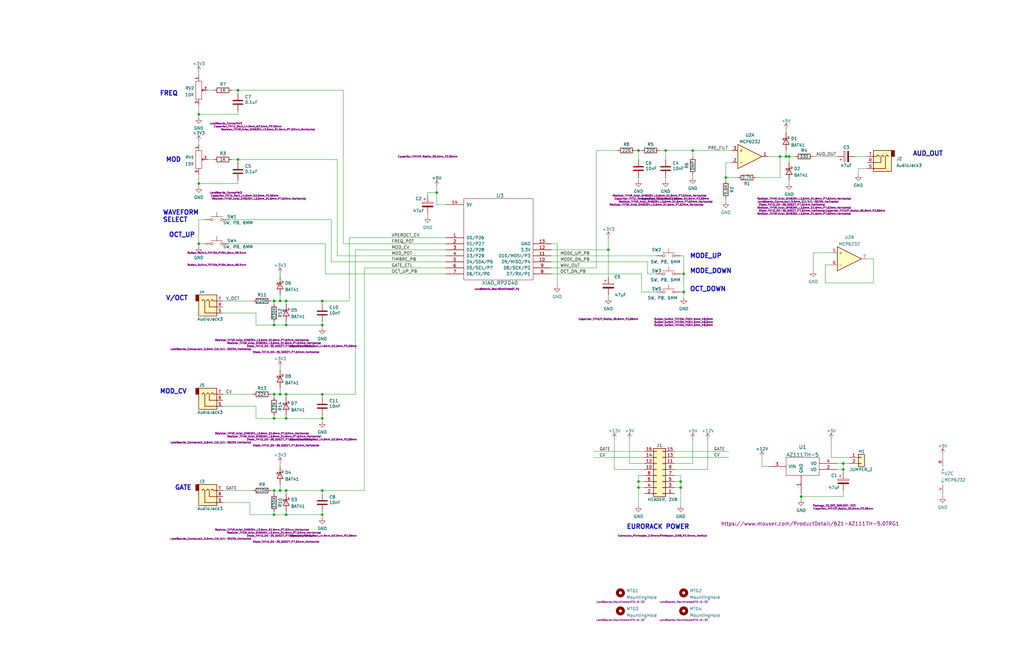
<source format=kicad_sch>
(kicad_sch (version 20211123) (generator eeschema)
  (paper "B")
  (title_block (title "VOLTAGE CONTROLLED OSC") (date "2022-10-10") (rev "2") (company "LAND BOARDS LLC") (comment 1 "https://note.com/solder_state/n/nca6a1dec3921"))
  (lib_symbols
    (symbol "Connector:AudioJack3"
      (property "Reference" "J" (at 0 8.89 0))
      (property "Value" "AudioJack3" (at 0 6.35 0))
      (symbol "AudioJack3_0_1"
        (rectangle (start -5.08 -5.08) (end -6.35 -2.54) (stroke (width 0.254)) (fill (type outline)))
        (polyline (pts (xy 0 -2.54) (xy 0.635 -3.175) (xy 1.27 -2.54) (xy 2.54 -2.54)) (stroke (width 0.254)))
        (polyline (pts (xy -1.905 -2.54) (xy -1.27 -3.175) (xy -0.635 -2.54) (xy -0.635 0) (xy 2.54 0)) (stroke (width 0.254)))
        (polyline (pts (xy 2.54 2.54) (xy -2.54 2.54) (xy -2.54 -2.54) (xy -3.175 -3.175) (xy -3.81 -2.54)) (stroke (width 0.254)))
        (rectangle (start 2.54 3.81) (end -5.08 -5.08) (stroke (width 0.254)) (fill (type background)))
      )
      (symbol "AudioJack3_1_1"
        (pin passive line (at 5.08 0 180) (length 2.54) (name "~") (number "R"))
        (pin passive line (at 5.08 2.54 180) (length 2.54) (name "~") (number "S"))
        (pin passive line (at 5.08 -2.54 180) (length 2.54) (name "~") (number "T"))
      )
    )
    (symbol "Connector_Generic:Conn_01x02" (pin_names (offset 1.016) hide)
      (property "Reference" "J" (at 0 2.54 0))
      (property "Value" "Conn_01x02" (at 0 -5.08 0))
      (symbol "Conn_01x02_1_1"
        (rectangle (start -1.27 -2.413) (end 0 -2.667) (stroke (width 0.1524)))
        (rectangle (start -1.27 0.127) (end 0 -0.127) (stroke (width 0.1524)))
        (rectangle (start -1.27 1.27) (end 1.27 -3.81) (stroke (width 0.254)) (fill (type background)))
        (pin passive line (at -5.08 0 0) (length 3.81) (name "Pin_1") (number "1"))
        (pin passive line (at -5.08 -2.54 0) (length 3.81) (name "Pin_2") (number "2"))
      )
    )
    (symbol "Connector_Generic:Conn_02x08_Odd_Even" (pin_names (offset 1.016) hide)
      (property "Reference" "J" (at 1.27 10.16 0))
      (property "Value" "Conn_02x08_Odd_Even" (at 1.27 -12.7 0))
      (symbol "Conn_02x08_Odd_Even_1_1"
        (rectangle (start -1.27 -10.033) (end 0 -10.287) (stroke (width 0.1524)))
        (rectangle (start -1.27 -7.493) (end 0 -7.747) (stroke (width 0.1524)))
        (rectangle (start -1.27 -4.953) (end 0 -5.207) (stroke (width 0.1524)))
        (rectangle (start -1.27 -2.413) (end 0 -2.667) (stroke (width 0.1524)))
        (rectangle (start -1.27 0.127) (end 0 -0.127) (stroke (width 0.1524)))
        (rectangle (start -1.27 2.667) (end 0 2.413) (stroke (width 0.1524)))
        (rectangle (start -1.27 5.207) (end 0 4.953) (stroke (width 0.1524)))
        (rectangle (start -1.27 7.747) (end 0 7.493) (stroke (width 0.1524)))
        (rectangle (start -1.27 8.89) (end 3.81 -11.43) (stroke (width 0.254)) (fill (type background)))
        (rectangle (start 3.81 -10.033) (end 2.54 -10.287) (stroke (width 0.1524)))
        (rectangle (start 3.81 -7.493) (end 2.54 -7.747) (stroke (width 0.1524)))
        (rectangle (start 3.81 -4.953) (end 2.54 -5.207) (stroke (width 0.1524)))
        (rectangle (start 3.81 -2.413) (end 2.54 -2.667) (stroke (width 0.1524)))
        (rectangle (start 3.81 0.127) (end 2.54 -0.127) (stroke (width 0.1524)))
        (rectangle (start 3.81 2.667) (end 2.54 2.413) (stroke (width 0.1524)))
        (rectangle (start 3.81 5.207) (end 2.54 4.953) (stroke (width 0.1524)))
        (rectangle (start 3.81 7.747) (end 2.54 7.493) (stroke (width 0.1524)))
        (pin passive line (at -5.08 7.62 0) (length 3.81) (name "Pin_1") (number "1"))
        (pin passive line (at 7.62 -2.54 180) (length 3.81) (name "Pin_10") (number "10"))
        (pin passive line (at -5.08 -5.08 0) (length 3.81) (name "Pin_11") (number "11"))
        (pin passive line (at 7.62 -5.08 180) (length 3.81) (name "Pin_12") (number "12"))
        (pin passive line (at -5.08 -7.62 0) (length 3.81) (name "Pin_13") (number "13"))
        (pin passive line (at 7.62 -7.62 180) (length 3.81) (name "Pin_14") (number "14"))
        (pin passive line (at -5.08 -10.16 0) (length 3.81) (name "Pin_15") (number "15"))
        (pin passive line (at 7.62 -10.16 180) (length 3.81) (name "Pin_16") (number "16"))
        (pin passive line (at 7.62 7.62 180) (length 3.81) (name "Pin_2") (number "2"))
        (pin passive line (at -5.08 5.08 0) (length 3.81) (name "Pin_3") (number "3"))
        (pin passive line (at 7.62 5.08 180) (length 3.81) (name "Pin_4") (number "4"))
        (pin passive line (at -5.08 2.54 0) (length 3.81) (name "Pin_5") (number "5"))
        (pin passive line (at 7.62 2.54 180) (length 3.81) (name "Pin_6") (number "6"))
        (pin passive line (at -5.08 0 0) (length 3.81) (name "Pin_7") (number "7"))
        (pin passive line (at 7.62 0 180) (length 3.81) (name "Pin_8") (number "8"))
        (pin passive line (at -5.08 -2.54 0) (length 3.81) (name "Pin_9") (number "9"))
      )
    )
    (symbol "Device:C" (pin_numbers hide) (pin_names (offset 0.254))
      (property "Reference" "C" (at 0.635 2.54 0))
      (property "Value" "C" (at 0.635 -2.54 0))
      (symbol "C_0_1"
        (polyline (pts (xy -2.032 -0.762) (xy 2.032 -0.762)) (stroke (width 0.508)))
        (polyline (pts (xy -2.032 0.762) (xy 2.032 0.762)) (stroke (width 0.508)))
      )
      (symbol "C_1_1"
        (pin passive line (at 0 3.81 270) (length 2.794) (name "~") (number "1"))
        (pin passive line (at 0 -3.81 90) (length 2.794) (name "~") (number "2"))
      )
    )
    (symbol "Device:C_Polarized" (pin_numbers hide) (pin_names (offset 0.254))
      (property "Reference" "C" (at 0.635 2.54 0))
      (property "Value" "C_Polarized" (at 0.635 -2.54 0))
      (symbol "C_Polarized_0_1"
        (rectangle (start -2.286 0.508) (end 2.286 1.016))
        (polyline (pts (xy -1.778 2.286) (xy -0.762 2.286)))
        (polyline (pts (xy -1.27 2.794) (xy -1.27 1.778)))
        (rectangle (start 2.286 -0.508) (end -2.286 -1.016) (fill (type outline)))
      )
      (symbol "C_Polarized_1_1"
        (pin passive line (at 0 3.81 270) (length 2.794) (name "~") (number "1"))
        (pin passive line (at 0 -3.81 90) (length 2.794) (name "~") (number "2"))
      )
    )
    (symbol "Device:D_Schottky" (pin_numbers hide) (pin_names (offset 1.016) hide)
      (property "Reference" "D" (at 0 2.54 0))
      (property "Value" "D_Schottky" (at 0 -2.54 0))
      (symbol "D_Schottky_0_1"
        (polyline (pts (xy 1.27 0) (xy -1.27 0)))
        (polyline (pts (xy 1.27 1.27) (xy 1.27 -1.27) (xy -1.27 0) (xy 1.27 1.27)) (stroke (width 0.254)))
        (polyline (pts (xy -1.905 0.635) (xy -1.905 1.27) (xy -1.27 1.27) (xy -1.27 -1.27) (xy -0.635 -1.27) (xy -0.635 -0.635)) (stroke (width 0.254)))
      )
      (symbol "D_Schottky_1_1"
        (pin passive line (at -3.81 0 0) (length 2.54) (name "K") (number "1"))
        (pin passive line (at 3.81 0 180) (length 2.54) (name "A") (number "2"))
      )
    )
    (symbol "Device:Opamp_Dual"
      (property "Reference" "U" (at 0 5.08 0))
      (property "Value" "Opamp_Dual" (at 0 -5.08 0))
      (symbol "Opamp_Dual_1_1"
        (polyline (pts (xy -5.08 5.08) (xy 5.08 0) (xy -5.08 -5.08) (xy -5.08 5.08)) (stroke (width 0.254)) (fill (type background)))
        (pin output line (at 7.62 0 180) (length 2.54) (name "~") (number "1"))
        (pin input line (at -7.62 -2.54 0) (length 2.54) (name "-") (number "2"))
        (pin input line (at -7.62 2.54 0) (length 2.54) (name "+") (number "3"))
      )
      (symbol "Opamp_Dual_2_1"
        (polyline (pts (xy -5.08 5.08) (xy 5.08 0) (xy -5.08 -5.08) (xy -5.08 5.08)) (stroke (width 0.254)) (fill (type background)))
        (pin input line (at -7.62 2.54 0) (length 2.54) (name "+") (number "5"))
        (pin input line (at -7.62 -2.54 0) (length 2.54) (name "-") (number "6"))
        (pin output line (at 7.62 0 180) (length 2.54) (name "~") (number "7"))
      )
      (symbol "Opamp_Dual_3_1"
        (pin power_in line (at -2.54 -7.62 90) (length 3.81) (name "V-") (number "4"))
        (pin power_in line (at -2.54 7.62 270) (length 3.81) (name "V+") (number "8"))
      )
    )
    (symbol "Device:R" (pin_numbers hide) (pin_names (offset 0))
      (property "Reference" "R" (at 2.032 0 90))
      (property "Value" "R" (at 0 0 90))
      (symbol "R_0_1"
        (rectangle (start -1.016 -2.54) (end 1.016 2.54) (stroke (width 0.254)))
      )
      (symbol "R_1_1"
        (pin passive line (at 0 3.81 270) (length 1.27) (name "~") (number "1"))
        (pin passive line (at 0 -3.81 90) (length 1.27) (name "~") (number "2"))
      )
    )
    (symbol "LandBoards:POT" (pin_names (offset 1.016) hide)
      (property "Reference" "RV" (at 0 -2.54 0))
      (property "Value" "POT" (at 0 0 0))
      (symbol "POT_0_1"
        (rectangle (start -3.81 1.27) (end 3.81 -1.27))
        (polyline (pts (xy 0 1.27) (xy -0.508 1.778) (xy 0.508 1.778)) (fill (type outline)))
      )
      (symbol "POT_1_1"
        (pin passive line (at -6.35 0 0) (length 2.54) (name "1") (number "1"))
        (pin passive line (at 0 3.81 270) (length 2.032) (name "2") (number "2"))
        (pin passive line (at 6.35 0 180) (length 2.54) (name "3") (number "3"))
      )
    )
    (symbol "LandBoards_Cards:XIAO_RP2040" (pin_names (offset 1.016))
      (property "Reference" "BRD" (at 0 25.4 0))
      (property "Value" "XIAO_RP2040" (at 0 -11.43 0))
      (symbol "XIAO_RP2040_0_0"
        (rectangle (start -15.24 24.13) (end 13.97 -10.16))
      )
      (symbol "XIAO_RP2040_1_1"
        (pin bidirectional line (at -22.86 7.62 0) (length 7.62) (name "D0/P26") (number "1"))
        (pin bidirectional line (at 21.59 -2.54 180) (length 7.62) (name "D9/MISO/P4") (number "10"))
        (pin bidirectional line (at 21.59 0 180) (length 7.62) (name "D10/MOSI/P3") (number "11"))
        (pin power_out line (at 21.59 2.54 180) (length 7.62) (name "3.3V") (number "12"))
        (pin power_in line (at 21.59 5.08 180) (length 7.62) (name "GND") (number "13"))
        (pin power_in line (at -22.86 21.59 0) (length 7.62) (name "5V") (number "14"))
        (pin bidirectional line (at -22.86 5.08 0) (length 7.62) (name "D1/P27") (number "2"))
        (pin bidirectional line (at -22.86 2.54 0) (length 7.62) (name "D2/P28") (number "3"))
        (pin bidirectional line (at -22.86 0 0) (length 7.62) (name "D3/P29") (number "4"))
        (pin bidirectional line (at -22.86 -2.54 0) (length 7.62) (name "D4/SDA/P6") (number "5"))
        (pin bidirectional line (at -22.86 -5.08 0) (length 7.62) (name "D5/SCL/P7") (number "6"))
        (pin bidirectional line (at -22.86 -7.62 0) (length 7.62) (name "D6/TX/P0") (number "7"))
        (pin bidirectional line (at 21.59 -7.62 180) (length 7.62) (name "D7/RX/P1") (number "8"))
        (pin bidirectional line (at 21.59 -5.08 180) (length 7.62) (name "D8/SCK/P2") (number "9"))
      )
    )
    (symbol "LandBoards_Semis:AP1117" (pin_names (offset 1.016))
      (property "Reference" "U" (at 2.54 3.81 0))
      (property "Value" "AP1117" (at 6.35 -6.35 0))
      (symbol "AP1117_0_1"
        (polyline (pts (xy -8.89 -5.08) (xy -8.89 2.54) (xy 5.08 2.54) (xy 5.08 -5.08) (xy -8.89 -5.08)))
      )
      (symbol "AP1117_1_1"
        (pin power_in line (at -2.54 -12.7 90) (length 7.62) (name "GND") (number "1"))
        (pin passive line (at 12.7 -2.54 180) (length 7.62) (name "VO") (number "2"))
        (pin power_in line (at -16.51 -1.27 0) (length 7.62) (name "VIN") (number "3"))
        (pin power_out line (at 12.7 0 180) (length 7.62) (name "VO") (number "4"))
      )
    )
    (symbol "Mechanical:MountingHole" (pin_names (offset 1.016))
      (property "Reference" "H" (at 0 5.08 0))
      (property "Value" "MountingHole" (at 0 3.175 0))
      (symbol "MountingHole_0_1"
        (circle (center 0 0) (radius 1.27) (stroke (width 1.27)))
      )
    )
    (symbol "Switch:SW_Push" (pin_numbers hide) (pin_names (offset 1.016) hide)
      (property "Reference" "SW" (at 1.27 2.54 0))
      (property "Value" "SW_Push" (at 0 -1.524 0))
      (symbol "SW_Push_0_1"
        (circle (center -2.032 0) (radius 0.508))
        (polyline (pts (xy 0 1.27) (xy 0 3.048)))
        (polyline (pts (xy 2.54 1.27) (xy -2.54 1.27)))
        (circle (center 2.032 0) (radius 0.508))
        (pin passive line (at -5.08 0 0) (length 2.54) (name "1") (number "1"))
        (pin passive line (at 5.08 0 180) (length 2.54) (name "2") (number "2"))
      )
    )
    (symbol "power:+12V" (power) (pin_names (offset 0))
      (property "Value" "+12V" (at 0 3.556 0))
      (symbol "+12V_0_1"
        (polyline (pts (xy -0.762 1.27) (xy 0 2.54)))
        (polyline (pts (xy 0 0) (xy 0 2.54)))
        (polyline (pts (xy 0 2.54) (xy 0.762 1.27)))
      )
      (symbol "+12V_1_1"
        (pin power_in line (at 0 0 90) (length 0) hide (name "+12V") (number "1"))
      )
    )
    (symbol "power:+3.3V" (power) (pin_names (offset 0))
      (property "Value" "+3.3V" (at 0 3.556 0))
      (symbol "+3.3V_0_1"
        (polyline (pts (xy -0.762 1.27) (xy 0 2.54)))
        (polyline (pts (xy 0 0) (xy 0 2.54)))
        (polyline (pts (xy 0 2.54) (xy 0.762 1.27)))
      )
      (symbol "+3.3V_1_1"
        (pin power_in line (at 0 0 90) (length 0) hide (name "+3V3") (number "1"))
      )
    )
    (symbol "power:+5V" (power) (pin_names (offset 0))
      (property "Value" "+5V" (at 0 3.556 0))
      (symbol "+5V_0_1"
        (polyline (pts (xy -0.762 1.27) (xy 0 2.54)))
        (polyline (pts (xy 0 0) (xy 0 2.54)))
        (polyline (pts (xy 0 2.54) (xy 0.762 1.27)))
      )
      (symbol "+5V_1_1"
        (pin power_in line (at 0 0 90) (length 0) hide (name "+5V") (number "1"))
      )
    )
    (symbol "power:GND" (power) (pin_names (offset 0))
      (property "Value" "GND" (at 0 -3.81 0))
      (symbol "GND_0_1"
        (polyline (pts (xy 0 0) (xy 0 -1.27) (xy 1.27 -1.27) (xy 0 -2.54) (xy -1.27 -1.27) (xy 0 -1.27)))
      )
      (symbol "GND_1_1"
        (pin power_in line (at 0 0 270) (length 0) hide (name "GND") (number "1"))
      )
    )
  )
  (junction (at 115.57 137.16))
  (junction (at 287.02 205.74))
  (junction (at 135.89 176.53))
  (junction (at 115.57 207.01))
  (junction (at 269.24 203.2))
  (junction (at 100.33 67.31))
  (junction (at 256.54 105.41))
  (junction (at 115.57 166.37))
  (junction (at 288.29 123.19))
  (junction (at 118.11 127))
  (junction (at 280.67 63.5))
  (junction (at 337.82 209.55))
  (junction (at 292.1 63.5))
  (junction (at 83.82 102.87))
  (junction (at 135.89 166.37))
  (junction (at 135.89 127))
  (junction (at 115.57 176.53))
  (junction (at 115.57 127))
  (junction (at 184.15 81.28))
  (junction (at 269.24 63.5))
  (junction (at 135.89 137.16))
  (junction (at 135.89 217.17))
  (junction (at 287.02 203.2))
  (junction (at 306.07 74.93))
  (junction (at 120.65 137.16))
  (junction (at 288.29 115.57))
  (junction (at 120.65 207.01))
  (junction (at 135.89 207.01))
  (junction (at 118.11 207.01))
  (junction (at 120.65 176.53))
  (junction (at 83.82 48.26))
  (junction (at 328.93 66.04))
  (junction (at 120.65 127))
  (junction (at 115.57 217.17))
  (junction (at 100.33 38.1))
  (junction (at 355.6 198.12))
  (junction (at 355.6 195.58))
  (junction (at 331.47 66.04))
  (junction (at 269.24 205.74))
  (junction (at 120.65 217.17))
  (junction (at 332.74 66.04))
  (junction (at 118.11 166.37))
  (junction (at 120.65 166.37))
  (junction (at 83.82 77.47))
  (wire (pts (xy 115.57 166.37) (xy 118.11 166.37)))
  (wire (pts (xy 259.08 185.42) (xy 259.08 198.12)))
  (wire (pts (xy 287.02 203.2) (xy 287.02 205.74)))
  (wire (pts (xy 87.63 38.1) (xy 90.17 38.1)))
  (wire (pts (xy 83.82 48.26) (xy 83.82 44.45)))
  (wire (pts (xy 107.95 132.08) (xy 93.98 132.08)))
  (wire (pts (xy 353.06 195.58) (xy 355.6 195.58)))
  (wire (pts (xy 118.11 124.46) (xy 118.11 127)))
  (wire (pts (xy 332.74 66.04) (xy 335.28 66.04)))
  (wire (pts (xy 232.41 105.41) (xy 256.54 105.41)))
  (wire (pts (xy 368.3 109.22) (xy 365.76 109.22)))
  (wire (pts (xy 284.48 198.12) (xy 298.45 198.12)))
  (wire (pts (xy 120.65 127) (xy 120.65 128.27)))
  (wire (pts (xy 100.33 38.1) (xy 144.78 38.1)))
  (wire (pts (xy 353.06 198.12) (xy 355.6 198.12)))
  (wire (pts (xy 331.47 54.61) (xy 331.47 55.88)))
  (wire (pts (xy 118.11 127) (xy 120.65 127)))
  (wire (pts (xy 120.65 207.01) (xy 120.65 208.28)))
  (wire (pts (xy 361.95 71.12) (xy 365.76 71.12)))
  (wire (pts (xy 139.7 92.71) (xy 139.7 110.49)))
  (wire (pts (xy 147.32 100.33) (xy 187.96 100.33)))
  (wire (pts (xy 337.82 209.55) (xy 355.6 209.55)))
  (wire (pts (xy 180.34 91.44) (xy 180.34 90.17)))
  (wire (pts (xy 360.68 66.04) (xy 365.76 66.04)))
  (wire (pts (xy 284.48 190.5) (xy 307.34 190.5)))
  (wire (pts (xy 118.11 163.83) (xy 118.11 166.37)))
  (wire (pts (xy 187.96 113.03) (xy 153.67 113.03)))
  (wire (pts (xy 347.98 119.38) (xy 368.3 119.38)))
  (wire (pts (xy 115.57 137.16) (xy 115.57 135.89)))
  (wire (pts (xy 232.41 113.03) (xy 251.46 113.03)))
  (wire (pts (xy 269.24 63.5) (xy 269.24 67.31)))
  (wire (pts (xy 83.82 59.69) (xy 83.82 60.96)))
  (wire (pts (xy 270.51 63.5) (xy 269.24 63.5)))
  (wire (pts (xy 114.3 127) (xy 115.57 127)))
  (wire (pts (xy 96.52 92.71) (xy 139.7 92.71)))
  (wire (pts (xy 287.02 115.57) (xy 288.29 115.57)))
  (wire (pts (xy 115.57 217.17) (xy 115.57 215.9)))
  (wire (pts (xy 298.45 185.42) (xy 298.45 198.12)))
  (wire (pts (xy 321.31 196.85) (xy 323.85 196.85)))
  (wire (pts (xy 147.32 127) (xy 135.89 127)))
  (wire (pts (xy 292.1 73.66) (xy 292.1 74.93)))
  (wire (pts (xy 120.65 176.53) (xy 115.57 176.53)))
  (wire (pts (xy 93.98 207.01) (xy 106.68 207.01)))
  (wire (pts (xy 271.78 198.12) (xy 259.08 198.12)))
  (wire (pts (xy 350.52 193.04) (xy 350.52 185.42)))
  (wire (pts (xy 184.15 86.36) (xy 184.15 81.28)))
  (wire (pts (xy 107.95 171.45) (xy 93.98 171.45)))
  (wire (pts (xy 284.48 200.66) (xy 287.02 200.66)))
  (wire (pts (xy 184.15 81.28) (xy 184.15 78.74)))
  (wire (pts (xy 120.65 215.9) (xy 120.65 217.17)))
  (wire (pts (xy 328.93 66.04) (xy 331.47 66.04)))
  (wire (pts (xy 100.33 38.1) (xy 100.33 39.37)))
  (wire (pts (xy 135.89 176.53) (xy 135.89 177.8)))
  (wire (pts (xy 251.46 63.5) (xy 260.35 63.5)))
  (wire (pts (xy 232.41 115.57) (xy 270.51 115.57)))
  (wire (pts (xy 105.41 217.17) (xy 115.57 217.17)))
  (wire (pts (xy 135.89 127) (xy 120.65 127)))
  (wire (pts (xy 100.33 76.2) (xy 100.33 77.47)))
  (wire (pts (xy 149.86 105.41) (xy 187.96 105.41)))
  (wire (pts (xy 337.82 209.55) (xy 337.82 210.82)))
  (wire (pts (xy 184.15 86.36) (xy 187.96 86.36)))
  (wire (pts (xy 269.24 76.2) (xy 269.24 74.93)))
  (wire (pts (xy 232.41 107.95) (xy 276.86 107.95)))
  (wire (pts (xy 250.19 190.5) (xy 271.78 190.5)))
  (wire (pts (xy 318.77 74.93) (xy 328.93 74.93)))
  (wire (pts (xy 271.78 200.66) (xy 269.24 200.66)))
  (wire (pts (xy 361.95 73.66) (xy 361.95 71.12)))
  (wire (pts (xy 251.46 63.5) (xy 251.46 113.03)))
  (wire (pts (xy 153.67 207.01) (xy 135.89 207.01)))
  (wire (pts (xy 135.89 175.26) (xy 135.89 176.53)))
  (wire (pts (xy 135.89 137.16) (xy 135.89 138.43)))
  (wire (pts (xy 115.57 166.37) (xy 115.57 167.64)))
  (wire (pts (xy 273.05 115.57) (xy 276.86 115.57)))
  (wire (pts (xy 120.65 217.17) (xy 115.57 217.17)))
  (wire (pts (xy 135.89 166.37) (xy 120.65 166.37)))
  (wire (pts (xy 280.67 76.2) (xy 280.67 74.93)))
  (wire (pts (xy 278.13 63.5) (xy 280.67 63.5)))
  (wire (pts (xy 292.1 63.5) (xy 292.1 66.04)))
  (wire (pts (xy 288.29 123.19) (xy 288.29 125.73)))
  (wire (pts (xy 232.41 110.49) (xy 273.05 110.49)))
  (wire (pts (xy 355.6 198.12) (xy 355.6 199.39)))
  (wire (pts (xy 273.05 110.49) (xy 273.05 115.57)))
  (wire (pts (xy 271.78 195.58) (xy 265.43 195.58)))
  (wire (pts (xy 269.24 205.74) (xy 271.78 205.74)))
  (wire (pts (xy 139.7 110.49) (xy 187.96 110.49)))
  (wire (pts (xy 184.15 81.28) (xy 180.34 81.28)))
  (wire (pts (xy 149.86 166.37) (xy 135.89 166.37)))
  (wire (pts (xy 120.65 166.37) (xy 120.65 167.64)))
  (wire (pts (xy 332.74 66.04) (xy 332.74 68.58)))
  (wire (pts (xy 306.07 68.58) (xy 308.61 68.58)))
  (wire (pts (xy 135.89 128.27) (xy 135.89 127)))
  (wire (pts (xy 120.65 217.17) (xy 135.89 217.17)))
  (wire (pts (xy 118.11 115.57) (xy 118.11 116.84)))
  (wire (pts (xy 288.29 115.57) (xy 288.29 107.95)))
  (wire (pts (xy 120.65 175.26) (xy 120.65 176.53)))
  (wire (pts (xy 93.98 127) (xy 106.68 127)))
  (wire (pts (xy 83.82 104.14) (xy 83.82 102.87)))
  (wire (pts (xy 107.95 137.16) (xy 107.95 132.08)))
  (wire (pts (xy 287.02 200.66) (xy 287.02 203.2)))
  (wire (pts (xy 306.07 74.93) (xy 306.07 76.2)))
  (wire (pts (xy 323.85 66.04) (xy 328.93 66.04)))
  (wire (pts (xy 97.79 38.1) (xy 100.33 38.1)))
  (wire (pts (xy 147.32 100.33) (xy 147.32 127)))
  (wire (pts (xy 284.48 193.04) (xy 307.34 193.04)))
  (wire (pts (xy 135.89 167.64) (xy 135.89 166.37)))
  (wire (pts (xy 93.98 166.37) (xy 106.68 166.37)))
  (wire (pts (xy 100.33 67.31) (xy 142.24 67.31)))
  (wire (pts (xy 270.51 115.57) (xy 270.51 123.19)))
  (wire (pts (xy 115.57 127) (xy 118.11 127)))
  (wire (pts (xy 332.74 77.47) (xy 332.74 76.2)))
  (wire (pts (xy 328.93 74.93) (xy 328.93 66.04)))
  (wire (pts (xy 144.78 102.87) (xy 187.96 102.87)))
  (wire (pts (xy 118.11 204.47) (xy 118.11 207.01)))
  (wire (pts (xy 306.07 83.82) (xy 306.07 85.09)))
  (wire (pts (xy 350.52 106.68) (xy 342.9 106.68)))
  (wire (pts (xy 83.82 49.53) (xy 83.82 48.26)))
  (wire (pts (xy 137.16 102.87) (xy 96.52 102.87)))
  (wire (pts (xy 93.98 212.09) (xy 105.41 212.09)))
  (wire (pts (xy 269.24 200.66) (xy 269.24 203.2)))
  (wire (pts (xy 350.52 111.76) (xy 347.98 111.76)))
  (wire (pts (xy 232.41 102.87) (xy 234.95 102.87)))
  (wire (pts (xy 292.1 63.5) (xy 308.61 63.5)))
  (wire (pts (xy 347.98 111.76) (xy 347.98 119.38)))
  (wire (pts (xy 115.57 176.53) (xy 107.95 176.53)))
  (wire (pts (xy 288.29 123.19) (xy 288.29 115.57)))
  (wire (pts (xy 105.41 212.09) (xy 105.41 217.17)))
  (wire (pts (xy 269.24 63.5) (xy 267.97 63.5)))
  (wire (pts (xy 397.51 191.77) (xy 397.51 193.04)))
  (wire (pts (xy 153.67 113.03) (xy 153.67 207.01)))
  (wire (pts (xy 256.54 125.73) (xy 256.54 124.46)))
  (wire (pts (xy 321.31 193.04) (xy 321.31 196.85)))
  (wire (pts (xy 280.67 63.5) (xy 292.1 63.5)))
  (wire (pts (xy 331.47 66.04) (xy 332.74 66.04)))
  (wire (pts (xy 358.14 193.04) (xy 350.52 193.04)))
  (wire (pts (xy 142.24 107.95) (xy 187.96 107.95)))
  (wire (pts (xy 83.82 102.87) (xy 86.36 102.87)))
  (wire (pts (xy 118.11 166.37) (xy 120.65 166.37)))
  (wire (pts (xy 269.24 205.74) (xy 269.24 213.36)))
  (wire (pts (xy 120.65 137.16) (xy 135.89 137.16)))
  (wire (pts (xy 368.3 119.38) (xy 368.3 109.22)))
  (wire (pts (xy 83.82 77.47) (xy 83.82 73.66)))
  (wire (pts (xy 114.3 166.37) (xy 115.57 166.37)))
  (wire (pts (xy 87.63 67.31) (xy 90.17 67.31)))
  (wire (pts (xy 180.34 81.28) (xy 180.34 82.55)))
  (wire (pts (xy 292.1 195.58) (xy 292.1 185.42)))
  (wire (pts (xy 337.82 208.28) (xy 337.82 209.55)))
  (wire (pts (xy 355.6 209.55) (xy 355.6 207.01)))
  (wire (pts (xy 342.9 66.04) (xy 353.06 66.04)))
  (wire (pts (xy 355.6 195.58) (xy 358.14 195.58)))
  (wire (pts (xy 397.51 209.55) (xy 397.51 208.28)))
  (wire (pts (xy 287.02 205.74) (xy 287.02 213.36)))
  (wire (pts (xy 100.33 46.99) (xy 100.33 48.26)))
  (wire (pts (xy 355.6 198.12) (xy 355.6 195.58)))
  (wire (pts (xy 83.82 30.48) (xy 83.82 31.75)))
  (wire (pts (xy 115.57 137.16) (xy 107.95 137.16)))
  (wire (pts (xy 142.24 107.95) (xy 142.24 67.31)))
  (wire (pts (xy 135.89 207.01) (xy 120.65 207.01)))
  (wire (pts (xy 97.79 67.31) (xy 100.33 67.31)))
  (wire (pts (xy 269.24 203.2) (xy 271.78 203.2)))
  (wire (pts (xy 256.54 100.33) (xy 256.54 105.41)))
  (wire (pts (xy 115.57 176.53) (xy 115.57 175.26)))
  (wire (pts (xy 135.89 215.9) (xy 135.89 217.17)))
  (wire (pts (xy 270.51 123.19) (xy 276.86 123.19)))
  (wire (pts (xy 269.24 203.2) (xy 269.24 205.74)))
  (wire (pts (xy 118.11 195.58) (xy 118.11 196.85)))
  (wire (pts (xy 149.86 105.41) (xy 149.86 166.37)))
  (wire (pts (xy 83.82 48.26) (xy 100.33 48.26)))
  (wire (pts (xy 120.65 137.16) (xy 115.57 137.16)))
  (wire (pts (xy 284.48 205.74) (xy 287.02 205.74)))
  (wire (pts (xy 250.19 193.04) (xy 271.78 193.04)))
  (wire (pts (xy 118.11 154.94) (xy 118.11 156.21)))
  (wire (pts (xy 118.11 207.01) (xy 120.65 207.01)))
  (wire (pts (xy 234.95 102.87) (xy 234.95 120.65)))
  (wire (pts (xy 83.82 92.71) (xy 86.36 92.71)))
  (wire (pts (xy 83.82 77.47) (xy 100.33 77.47)))
  (wire (pts (xy 107.95 176.53) (xy 107.95 171.45)))
  (wire (pts (xy 135.89 135.89) (xy 135.89 137.16)))
  (wire (pts (xy 280.67 63.5) (xy 280.67 67.31)))
  (wire (pts (xy 342.9 106.68) (xy 342.9 114.3)))
  (wire (pts (xy 284.48 195.58) (xy 292.1 195.58)))
  (wire (pts (xy 306.07 74.93) (xy 306.07 68.58)))
  (wire (pts (xy 83.82 92.71) (xy 83.82 102.87)))
  (wire (pts (xy 265.43 195.58) (xy 265.43 185.42)))
  (wire (pts (xy 120.65 176.53) (xy 135.89 176.53)))
  (wire (pts (xy 115.57 127) (xy 115.57 128.27)))
  (wire (pts (xy 120.65 135.89) (xy 120.65 137.16)))
  (wire (pts (xy 284.48 203.2) (xy 287.02 203.2)))
  (wire (pts (xy 135.89 208.28) (xy 135.89 207.01)))
  (wire (pts (xy 287.02 123.19) (xy 288.29 123.19)))
  (wire (pts (xy 311.15 74.93) (xy 306.07 74.93)))
  (wire (pts (xy 288.29 107.95) (xy 287.02 107.95)))
  (wire (pts (xy 144.78 38.1) (xy 144.78 102.87)))
  (wire (pts (xy 256.54 116.84) (xy 256.54 105.41)))
  (wire (pts (xy 100.33 67.31) (xy 100.33 68.58)))
  (wire (pts (xy 137.16 115.57) (xy 137.16 102.87)))
  (wire (pts (xy 115.57 207.01) (xy 115.57 208.28)))
  (wire (pts (xy 135.89 217.17) (xy 135.89 218.44)))
  (wire (pts (xy 331.47 63.5) (xy 331.47 66.04)))
  (wire (pts (xy 114.3 207.01) (xy 115.57 207.01)))
  (wire (pts (xy 115.57 207.01) (xy 118.11 207.01)))
  (wire (pts (xy 137.16 115.57) (xy 187.96 115.57)))
  (wire (pts (xy 83.82 78.74) (xy 83.82 77.47)))
  (text "OCT_UP" (at 71.12 100.33 0) (effects (font (size 1.905 1.905) (thickness 0.381) bold) (justify left bottom)))
  (text "AUD_OUT" (at 384.81 66.04 0) (effects (font (size 1.905 1.905) (thickness 0.381) bold) (justify left bottom)))
  (text "GATE" (at 73.66 207.01 0) (effects (font (size 1.905 1.905) (thickness 0.381) bold) (justify left bottom)))
  (text "V/OCT" (at 69.85 127 0) (effects (font (size 1.905 1.905) (thickness 0.381) bold) (justify left bottom)))
  (text "MODE_DOWN" (at 290.83 115.57 0) (effects (font (size 1.905 1.905) (thickness 0.381) bold) (justify left bottom)))
  (text "MOD_CV" (at 67.31 166.37 0) (effects (font (size 1.905 1.905) (thickness 0.381) bold) (justify left bottom)))
  (text "FREQ" (at 67.31 40.64 0) (effects (font (size 1.905 1.905) (thickness 0.381) bold) (justify left bottom)))
  (text "OCT_DOWN" (at 290.83 123.19 0) (effects (font (size 1.905 1.905) (thickness 0.381) bold) (justify left bottom)))
  (text "MODE_UP" (at 290.83 109.22 0) (effects (font (size 1.905 1.905) (thickness 0.381) bold) (justify left bottom)))
  (text "WAVEFORM\nSELECT" (at 68.58 93.98 0) (effects (font (size 1.905 1.905) (thickness 0.381) bold) (justify left bottom)))
  (text "MOD" (at 69.85 68.58 0) (effects (font (size 1.905 1.905) (thickness 0.381) bold) (justify left bottom)))
  (text "EURORACK POWER" (at 264.16 223.52 0) (effects (font (size 1.905 1.905) (thickness 0.381) bold) (justify left bottom)))
  (label "OCT_DN_PB" (at 236.22 115.57 0))
  (label "MODE_DN_PB" (at 236.22 110.49 0))
  (label "GATE_CTL" (at 165.1 113.03 0))
  (label "V_OCT" (at 95.25 127 0))
  (label "GATE" (at 252.73 190.5 0))
  (label "MOD_CV" (at 165.1 105.41 0))
  (label "FREQ_POT" (at 165.1 102.87 0))
  (label "MOD_POT" (at 165.1 107.95 0))
  (label "TIMBRE_PB" (at 165.1 110.49 0))
  (label "CV" (at 300.99 193.04 0))
  (label "WAV_OUT" (at 236.22 113.03 0))
  (label "VPEROCT_CV" (at 165.1 100.33 0))
  (label "CV" (at 252.73 193.04 0))
  (label "CV" (at 95.25 166.37 0))
  (label "AUD_OUT" (at 344.17 66.04 0))
  (label "MODE_UP_PB" (at 236.22 107.95 0))
  (label "GATE" (at 300.99 190.5 0))
  (label "GATE" (at 95.25 207.01 0))
  (label "PRE_FILT" (at 298.45 63.5 0))
  (label "OCT_UP_PB" (at 165.1 115.57 0))
  (symbol (lib_id "LandBoards:POT") (at 83.82 67.31 270) (unit 1)
    (property "Reference" "RV1" (at 81.915 66.4015 90) (effects (justify right)))
    (property "Value" "10K" (at 81.915 69.1766 90) (effects (justify right)))
    (property "Footprint" "LandBoards_Conns:Pot3" (at 95.25 81.28 90) (effects (font (size 0.762 0.762) bold)))
  )
  (symbol (lib_id "power:GND") (at 234.95 120.65 0) (unit 1)
    (property "Reference" "#PWR0105" (effects hide))
    (property "Value" "GND" (at 234.95 125.2125 0))
  )
  (symbol (lib_id "Device:C") (at 135.89 171.45 0) (unit 1)
    (property "Reference" "C11" (at 138.811 169.1386 0) (effects (justify left)))
    (property "Value" "10nF" (at 138.811 171.45 0) (effects (justify left)))
    (property "Footprint" "Capacitor_THT:C_Rect_L4.0mm_W2.5mm_P2.50mm" (at 121.92 185.42 0) (effects (font (size 0.762 0.762)) (justify left)))
    (property "Datasheet" "https://www.mouser.com/ProductDetail/594-K103K10X7RF53L2" (effects hide))
  )
  (symbol (lib_id "power:GND") (at 83.82 78.74 0) (unit 1)
    (property "Reference" "#PWR0109" (effects hide))
    (property "Value" "GND" (at 83.82 83.3025 0))
  )
  (symbol (lib_id "Device:C_Polarized") (at 355.6 203.2 0) (unit 1)
    (property "Reference" "C1" (at 351.79 200.66 0))
    (property "Value" "47uF" (at 351.79 205.74 0))
    (property "Footprint" "Capacitor_THT:CP_Radial_D5.0mm_P2.50mm" (at 355.6 214.63 0) (effects (font (size 0.762 0.762))))
    (property "Datasheet" "https://www.mouser.com/ProductDetail/140-REA470M1CBK0511P" (effects hide))
  )
  (symbol (lib_id "power:GND") (at 269.24 213.36 0) (unit 1)
    (property "Reference" "#PWR0125" (effects hide))
    (property "Value" "GND" (at 269.24 217.9225 0))
  )
  (symbol (lib_id "Device:Opamp_Dual") (at 400.05 200.66 0) (unit 3)
    (property "Reference" "U2" (at 398.145 199.7515 0) (effects (justify left)))
    (property "Value" "MCP6232" (at 398.145 202.5266 0) (effects (justify left)))
    (property "Footprint" "Package_DIP:DIP-8_W7.62mm_Socket_LongPads" (effects hide))
  )
  (symbol (lib_id "power:GND") (at 135.89 218.44 0) (unit 1)
    (property "Reference" "#PWR0131" (effects hide))
    (property "Value" "GND" (at 135.89 223.0025 0))
  )
  (symbol (lib_id "Device:R") (at 110.49 166.37 90) (unit 1)
    (property "Reference" "R13" (at 110.49 163.83 90))
    (property "Value" "22K" (at 110.49 166.37 90))
    (property "Footprint" "Resistor_THT:R_Axial_DIN0204_L3.6mm_D1.6mm_P7.62mm_Horizontal" (at 110.49 182.88 90) (effects (font (size 0.762 0.762))))
    (property "Datasheet" "https://www.mouser.com/ProductDetail/Xicon/299-22K-RC?qs=TIe0t8ne477uPubRcnOArw%3D%3D" (effects hide))
  )
  (symbol (lib_id "Device:R") (at 93.98 38.1 90) (unit 1)
    (property "Reference" "R7" (at 93.98 35.56 90))
    (property "Value" "1K" (at 93.98 38.1 90))
    (property "Footprint" "Resistor_THT:R_Axial_DIN0204_L3.6mm_D1.6mm_P7.62mm_Horizontal" (at 113.03 54.61 90) (effects (font (size 0.762 0.762))))
    (property "Datasheet" "https://www.mouser.com/ProductDetail/Xicon/299-1K-RC?qs=LFVzBv9lGv703mrPrUE94Q%3D%3D" (effects hide))
  )
  (symbol (lib_id "Device:R") (at 274.32 63.5 90) (unit 1)
    (property "Reference" "R5" (at 274.32 60.96 90))
    (property "Value" "220" (at 274.32 63.5 90))
    (property "Footprint" "Resistor_THT:R_Axial_DIN0204_L3.6mm_D1.6mm_P7.62mm_Horizontal" (at 280.67 85.09 90) (effects (font (size 0.762 0.762))))
    (property "Datasheet" "https://www.mouser.com/ProductDetail/Xicon/299-220-RC?qs=MNX0Jdkv8mSgBtBJYBhvZQ%3D%3D" (effects hide))
  )
  (symbol (lib_id "power:GND") (at 337.82 210.82 0) (unit 1)
    (property "Reference" "#PWR0135" (effects hide))
    (property "Value" "GND" (at 337.82 215.3825 0))
  )
  (symbol (lib_id "Device:C_Polarized") (at 180.34 86.36 0) (unit 1)
    (property "Reference" "C2" (at 176.53 83.82 0))
    (property "Value" "47uF" (at 176.53 88.9 0))
    (property "Footprint" "Capacitor_THT:CP_Radial_D5.0mm_P2.50mm" (at 180.34 66.04 0) (effects (font (size 0.762 0.762))))
    (property "Datasheet" "https://www.mouser.com/ProductDetail/140-REA470M1CBK0511P" (effects hide))
  )
  (symbol (lib_id "power:GND") (at 135.89 177.8 0) (unit 1)
    (property "Reference" "#PWR0101" (effects hide))
    (property "Value" "GND" (at 135.89 182.3625 0))
  )
  (symbol (lib_id "power:+3.3V") (at 118.11 154.94 0) (unit 1)
    (property "Reference" "#PWR0102" (effects hide))
    (property "Value" "+3.3V" (at 118.11 151.3355 0))
  )
  (symbol (lib_id "Device:C") (at 100.33 43.18 0) (unit 1)
    (property "Reference" "C7" (at 103.251 40.8686 0) (effects (justify left)))
    (property "Value" "0.1uF" (at 103.251 43.18 0) (effects (justify left)))
    (property "Footprint" "Capacitor_THT:C_Rect_L4.0mm_W2.5mm_P2.50mm" (at 90.17 53.34 0) (effects (font (size 0.762 0.762)) (justify left)))
    (property "Datasheet" "https://www.mouser.com/ProductDetail/75-1C10Z5U104M050B" (effects hide))
  )
  (symbol (lib_id "Connector:AudioJack3") (at 88.9 209.55 0) (mirror x) (unit 1)
    (property "Reference" "J3" (at 86.36 203.2 0) (effects (justify right)))
    (property "Value" "AudioJack3" (at 93.98 214.63 0) (effects (justify right)))
    (property "Footprint" "LandBoards_Conns:Jack_3.5mm_CUI_SJ1-3523N_Horizontal" (at 88.9 227.33 0) (effects (font (size 0.762 0.762))))
    (property "Datasheet" "https://www.mouser.com/ProductDetail/490-SJ1-3523N" (effects hide))
  )
  (symbol (lib_id "Device:R") (at 110.49 127 90) (unit 1)
    (property "Reference" "R11" (at 110.49 124.46 90))
    (property "Value" "220K" (at 110.49 127 90))
    (property "Footprint" "Resistor_THT:R_Axial_DIN0204_L3.6mm_D1.6mm_P7.62mm_Horizontal" (at 110.49 143.51 90) (effects (font (size 0.762 0.762))))
    (property "Datasheet" "https://www.mouser.com/ProductDetail/Xicon/299-220K-RC?qs=64PH99Wi09%2FYqCfJgU0f0w%3D%3D" (effects hide))
  )
  (symbol (lib_id "power:+5V") (at 350.52 185.42 0) (unit 1)
    (property "Reference" "#PWR0134" (effects hide))
    (property "Value" "+5V" (at 350.52 181.8155 0))
  )
  (symbol (lib_id "Mechanical:MountingHole") (at 261.62 250.19 0) (unit 1)
    (property "Reference" "MTG1" (at 264.16 249.2815 0) (effects (justify left)))
    (property "Value" "MountingHole" (at 264.16 252.0566 0) (effects (justify left)))
    (property "Footprint" "LandBoards_MountHoles:MTG-6-32" (at 261.62 254 0) (effects (font (size 0.762 0.762))))
  )
  (symbol (lib_id "Device:D_Schottky") (at 118.11 120.65 270) (unit 1)
    (property "Reference" "D6" (at 120.142 119.424 90) (effects (justify left)))
    (property "Value" "BAT41" (at 120.142 122.1991 90) (effects (justify left)))
    (property "Footprint" "Diode_THT:D_DO-35_SOD27_P7.62mm_Horizontal" (at 118.11 146.05 90) (effects (font (size 0.762 0.762))))
    (property "Datasheet" "https://www.mouser.com/ProductDetail/511-BAT41" (effects hide))
  )
  (symbol (lib_id "Device:Opamp_Dual") (at 358.14 109.22 0) (unit 2)
    (property "Reference" "U2" (at 358.14 100.1735 0))
    (property "Value" "MCP6232" (at 358.14 102.9486 0))
    (property "Footprint" "Package_DIP:DIP-8_W7.62mm_Socket_LongPads" (effects hide))
  )
  (symbol (lib_id "Device:D_Schottky") (at 332.74 72.39 270) (unit 1)
    (property "Reference" "D2" (at 334.772 71.164 90) (effects (justify left)))
    (property "Value" "BAT41" (at 334.772 73.9391 90) (effects (justify left)))
    (property "Footprint" "Diode_THT:D_DO-35_SOD27_P7.62mm_Horizontal" (at 334.01 88.9 90) (effects (font (size 0.762 0.762))))
    (property "Datasheet" "https://www.mouser.com/ProductDetail/511-BAT41" (effects hide))
  )
  (symbol (lib_id "Connector:AudioJack3") (at 370.84 68.58 180) (unit 1)
    (property "Reference" "J2" (at 377.9519 67.0365 0) (effects (justify right)))
    (property "Value" "AudioJack3" (at 377.9519 69.8116 0) (effects (justify right)))
    (property "Footprint" "LandBoards_Conns:Jack_3.5mm_CUI_SJ1-3523N_Horizontal" (at 336.55 85.09 0) (effects (font (size 0.762 0.762))))
    (property "Datasheet" "https://www.mouser.com/ProductDetail/490-SJ1-3523N" (effects hide))
  )
  (symbol (lib_id "power:GND") (at 342.9 114.3 0) (unit 1)
    (property "Reference" "#PWR0121" (effects hide))
    (property "Value" "GND" (at 342.9 118.8625 0))
  )
  (symbol (lib_id "power:+12V") (at 259.08 185.42 0) (unit 1)
    (property "Reference" "#PWR0129" (effects hide))
    (property "Value" "+12V" (at 259.08 181.8155 0))
  )
  (symbol (lib_id "Device:D_Schottky") (at 120.65 212.09 270) (unit 1)
    (property "Reference" "D3" (at 122.682 210.864 90) (effects (justify left)))
    (property "Value" "BAT41" (at 122.682 213.6391 90) (effects (justify left)))
    (property "Footprint" "Diode_THT:D_DO-35_SOD27_P7.62mm_Horizontal" (at 120.65 228.6 90) (effects (font (size 0.762 0.762))))
    (property "Datasheet" "https://www.mouser.com/ProductDetail/511-BAT41" (effects hide))
  )
  (symbol (lib_id "Mechanical:MountingHole") (at 288.29 250.19 0) (unit 1)
    (property "Reference" "MTG2" (at 290.83 249.2815 0) (effects (justify left)))
    (property "Value" "MountingHole" (at 290.83 252.0566 0) (effects (justify left)))
    (property "Footprint" "LandBoards_MountHoles:MTG-6-32" (at 288.29 254 0) (effects (font (size 0.762 0.762))))
  )
  (symbol (lib_id "power:GND") (at 83.82 104.14 0) (unit 1)
    (property "Reference" "#PWR0107" (effects hide))
    (property "Value" "GND" (at 83.82 108.7025 0))
  )
  (symbol (lib_id "LandBoards_Semis:AP1117") (at 340.36 195.58 0) (unit 1)
    (property "Reference" "U1" (at 338.455 188.6361 0) (effects (font (size 1.524 1.524))))
    (property "Value" "AZ1117H-5" (at 338.455 191.9151 0) (effects (font (size 1.524 1.524))))
    (property "Footprint" "Package_TO_SOT_SMD:SOT-223" (at 351.79 213.36 0) (effects (font (size 0.762 0.762))))
    (property "Datasheet" "https://www.mouser.com/ProductDetail/621-AZ1117H-5.0TRG1" (at 341.63 220.98 0) (effects (font (size 1.524 1.524))))
  )
  (symbol (lib_id "Device:R") (at 314.96 74.93 90) (unit 1)
    (property "Reference" "R1" (at 314.96 77.47 90))
    (property "Value" "2.7K" (at 314.96 74.93 90))
    (property "Footprint" "Resistor_THT:R_Axial_DIN0204_L3.6mm_D1.6mm_P7.62mm_Horizontal" (at 339.09 87.63 90) (effects (font (size 0.762 0.762))))
    (property "Datasheet" "https://www.mouser.com/ProductDetail/Xicon/299-2.7K-RC?qs=vtYfS42NOfUyY19ul2jqBQ%3D%3D" (effects hide))
  )
  (symbol (lib_id "Switch:SW_Push") (at 281.94 123.19 0) (unit 1)
    (property "Reference" "SW5" (at 276.86 121.92 0))
    (property "Value" "SW, PB, 6MM" (at 279.4 125.73 0))
    (property "Footprint" "Button_Switch_THT:SW_PUSH_6mm_H8.5mm" (at 288.29 137.16 0) (effects (font (size 0.762 0.762))))
  )
  (symbol (lib_id "Connector_Generic:Conn_01x02") (at 363.22 193.04 0) (unit 1)
    (property "Reference" "H1" (at 361.95 190.5 0) (effects (justify left)))
    (property "Value" "JUMPER_2" (at 358.14 198.12 0) (effects (justify left)))
    (property "Footprint" "Connector_PinHeader_2.54mm:PinHeader_1x02_P2.54mm_Vertical" (effects hide))
  )
  (symbol (lib_id "Device:R") (at 115.57 132.08 180) (unit 1)
    (property "Reference" "R12" (at 118.11 132.08 90))
    (property "Value" "330K" (at 115.57 132.08 90))
    (property "Footprint" "Resistor_THT:R_Axial_DIN0204_L3.6mm_D1.6mm_P7.62mm_Horizontal" (at 115.57 144.78 0) (effects (font (size 0.762 0.762))))
    (property "Datasheet" "https://www.mouser.com/ProductDetail/Xicon/299-330K-RC?qs=2FJBUQWx%252B3l8ydtJNzu2xg%3D%3D" (effects hide))
  )
  (symbol (lib_id "Switch:SW_Push") (at 91.44 92.71 0) (unit 1)
    (property "Reference" "SW1" (at 97.79 91.44 0))
    (property "Value" "SW, PB, 6MM" (at 100.33 93.98 0))
    (property "Footprint" "Button_Switch_THT:SW_PUSH_6mm_H8.5mm" (at 91.44 106.68 0) (effects (font (size 0.762 0.762))))
  )
  (symbol (lib_id "Device:C") (at 100.33 72.39 0) (unit 1)
    (property "Reference" "C5" (at 103.251 70.0786 0) (effects (justify left)))
    (property "Value" "0.1uF" (at 103.251 72.39 0) (effects (justify left)))
    (property "Footprint" "Capacitor_THT:C_Rect_L4.0mm_W2.5mm_P2.50mm" (at 88.9 82.55 0) (effects (font (size 0.762 0.762)) (justify left)))
    (property "Datasheet" "https://www.mouser.com/ProductDetail/75-1C10Z5U104M050B" (effects hide))
  )
  (symbol (lib_id "power:GND") (at 280.67 76.2 0) (unit 1)
    (property "Reference" "#PWR0115" (effects hide))
    (property "Value" "GND" (at 280.67 80.7625 0))
  )
  (symbol (lib_id "Device:R") (at 115.57 212.09 180) (unit 1)
    (property "Reference" "R10" (at 118.11 212.09 90))
    (property "Value" "330K" (at 115.57 212.09 90))
    (property "Footprint" "Resistor_THT:R_Axial_DIN0204_L3.6mm_D1.6mm_P7.62mm_Horizontal" (at 115.57 224.79 0) (effects (font (size 0.762 0.762))))
    (property "Datasheet" "https://www.mouser.com/ProductDetail/Xicon/299-330K-RC?qs=2FJBUQWx%252B3l8ydtJNzu2xg%3D%3D" (effects hide))
  )
  (symbol (lib_id "power:+3.3V") (at 83.82 59.69 0) (unit 1)
    (property "Reference" "#PWR0110" (effects hide))
    (property "Value" "+3.3V" (at 83.82 56.0855 0))
  )
  (symbol (lib_id "Device:R") (at 264.16 63.5 90) (unit 1)
    (property "Reference" "R8" (at 264.16 60.96 90))
    (property "Value" "220" (at 264.16 63.5 90))
    (property "Footprint" "Resistor_THT:R_Axial_DIN0204_L3.6mm_D1.6mm_P7.62mm_Horizontal" (at 278.13 82.55 90) (effects (font (size 0.762 0.762))))
    (property "Datasheet" "https://www.mouser.com/ProductDetail/Xicon/299-220-RC?qs=MNX0Jdkv8mSgBtBJYBhvZQ%3D%3D" (effects hide))
  )
  (symbol (lib_id "power:+3.3V") (at 118.11 195.58 0) (unit 1)
    (property "Reference" "#PWR0132" (effects hide))
    (property "Value" "+3.3V" (at 118.11 191.9755 0))
  )
  (symbol (lib_id "Device:C") (at 135.89 132.08 0) (unit 1)
    (property "Reference" "C10" (at 138.811 129.7686 0) (effects (justify left)))
    (property "Value" "10nF" (at 138.811 132.08 0) (effects (justify left)))
    (property "Footprint" "Capacitor_THT:C_Rect_L4.0mm_W2.5mm_P2.50mm" (at 121.92 146.05 0) (effects (font (size 0.762 0.762)) (justify left)))
    (property "Datasheet" "https://www.mouser.com/ProductDetail/594-K103K10X7RF53L2" (effects hide))
  )
  (symbol (lib_id "Device:R") (at 115.57 171.45 180) (unit 1)
    (property "Reference" "R14" (at 118.11 171.45 90))
    (property "Value" "33K" (at 115.57 171.45 90))
    (property "Footprint" "Resistor_THT:R_Axial_DIN0204_L3.6mm_D1.6mm_P7.62mm_Horizontal" (at 115.57 184.15 0) (effects (font (size 0.762 0.762))))
    (property "Datasheet" "https://www.mouser.com/ProductDetail/Xicon/299-33K-RC?qs=33VvRrBYlfL73DHymUL5Hg%3D%3D" (effects hide))
  )
  (symbol (lib_id "Connector:AudioJack3") (at 88.9 129.54 0) (mirror x) (unit 1)
    (property "Reference" "J4" (at 86.36 123.19 0) (effects (justify right)))
    (property "Value" "AudioJack3" (at 93.98 134.62 0) (effects (justify right)))
    (property "Footprint" "LandBoards_Conns:Jack_3.5mm_CUI_SJ1-3523N_Horizontal" (at 88.9 147.32 0) (effects (font (size 0.762 0.762))))
    (property "Datasheet" "https://www.mouser.com/ProductDetail/490-SJ1-3523N" (effects hide))
  )
  (symbol (lib_id "Device:R") (at 93.98 67.31 90) (unit 1)
    (property "Reference" "R3" (at 93.98 64.77 90))
    (property "Value" "1K" (at 93.98 67.31 90))
    (property "Footprint" "Resistor_THT:R_Axial_DIN0204_L3.6mm_D1.6mm_P7.62mm_Horizontal" (at 109.22 83.82 90) (effects (font (size 0.762 0.762))))
    (property "Datasheet" "https://www.mouser.com/ProductDetail/Xicon/299-1K-RC?qs=LFVzBv9lGv703mrPrUE94Q%3D%3D" (effects hide))
  )
  (symbol (lib_id "Mechanical:MountingHole") (at 261.62 257.81 0) (unit 1)
    (property "Reference" "MTG3" (at 264.16 256.9015 0) (effects (justify left)))
    (property "Value" "MountingHole" (at 264.16 259.6766 0) (effects (justify left)))
    (property "Footprint" "LandBoards_MountHoles:MTG-6-32" (at 261.62 261.62 0) (effects (font (size 0.762 0.762))))
  )
  (symbol (lib_id "power:+5V") (at 184.15 78.74 0) (unit 1)
    (property "Reference" "#PWR0118" (effects hide))
    (property "Value" "+5V" (at 184.15 75.1355 0))
  )
  (symbol (lib_id "Device:R") (at 306.07 80.01 180) (unit 1)
    (property "Reference" "R2" (at 308.61 80.01 90))
    (property "Value" "5.6K" (at 306.07 80.01 90))
    (property "Footprint" "Resistor_THT:R_Axial_DIN0204_L3.6mm_D1.6mm_P7.62mm_Horizontal" (at 339.09 83.82 0) (effects (font (size 0.762 0.762))))
    (property "Datasheet" "https://www.mouser.com/ProductDetail/Xicon/299-5.6K-RC?qs=ck9SSO%252BOQ2aKurax%2FhHA9Q%3D%3D" (effects hide))
  )
  (symbol (lib_id "Device:C") (at 135.89 212.09 0) (unit 1)
    (property "Reference" "C8" (at 138.811 209.7786 0) (effects (justify left)))
    (property "Value" "10nF" (at 138.811 212.09 0) (effects (justify left)))
    (property "Footprint" "Capacitor_THT:C_Rect_L4.0mm_W2.5mm_P2.50mm" (at 121.92 226.06 0) (effects (font (size 0.762 0.762)) (justify left)))
    (property "Datasheet" "https://www.mouser.com/ProductDetail/594-K103K10X7RF53L2" (effects hide))
  )
  (symbol (lib_id "Switch:SW_Push") (at 91.44 102.87 0) (unit 1)
    (property "Reference" "SW4" (at 97.79 101.6 0))
    (property "Value" "SW, PB, 6MM" (at 100.33 104.14 0))
    (property "Footprint" "Button_Switch_THT:SW_PUSH_6mm_H8.5mm" (at 91.44 111.76 0) (effects (font (size 0.762 0.762))))
  )
  (symbol (lib_id "Device:C_Polarized") (at 356.87 66.04 90) (unit 1)
    (property "Reference" "C3" (at 356.87 62.23 90))
    (property "Value" "47uF" (at 356.87 69.85 90))
    (property "Footprint" "Capacitor_THT:CP_Radial_D5.0mm_P2.50mm" (at 360.68 88.9 90) (effects (font (size 0.762 0.762))))
    (property "Datasheet" "https://www.mouser.com/ProductDetail/140-REA470M1CBK0511P" (effects hide))
  )
  (symbol (lib_id "Switch:SW_Push") (at 281.94 107.95 0) (unit 1)
    (property "Reference" "SW2" (at 276.86 105.41 0))
    (property "Value" "SW, PB, 6MM" (at 280.67 110.49 0))
    (property "Footprint" "Button_Switch_THT:SW_PUSH_6mm_H8.5mm" (at 288.29 134.62 0) (effects (font (size 0.762 0.762))))
  )
  (symbol (lib_id "power:GND") (at 292.1 74.93 0) (unit 1)
    (property "Reference" "#PWR0126" (effects hide))
    (property "Value" "GND" (at 292.1 79.4925 0))
  )
  (symbol (lib_id "Device:C_Polarized") (at 256.54 120.65 0) (unit 1)
    (property "Reference" "C9" (at 260.35 116.84 0))
    (property "Value" "47uF" (at 261.62 124.46 0))
    (property "Footprint" "Capacitor_THT:CP_Radial_D5.0mm_P2.50mm" (at 256.54 134.62 0) (effects (font (size 0.762 0.762))))
    (property "Datasheet" "https://www.mouser.com/ProductDetail/140-REA470M1CBK0511P" (effects hide))
  )
  (symbol (lib_id "power:GND") (at 256.54 125.73 0) (unit 1)
    (property "Reference" "#PWR0104" (effects hide))
    (property "Value" "GND" (at 256.54 130.2925 0))
  )
  (symbol (lib_id "power:GND") (at 397.51 209.55 0) (unit 1)
    (property "Reference" "#PWR0120" (effects hide))
    (property "Value" "GND" (at 397.51 214.1125 0))
  )
  (symbol (lib_id "Device:D_Schottky") (at 118.11 160.02 270) (unit 1)
    (property "Reference" "D8" (at 120.142 158.794 90) (effects (justify left)))
    (property "Value" "BAT41" (at 120.142 161.5691 90) (effects (justify left)))
    (property "Footprint" "Diode_THT:D_DO-35_SOD27_P7.62mm_Horizontal" (at 118.11 185.42 90) (effects (font (size 0.762 0.762))))
    (property "Datasheet" "https://www.mouser.com/ProductDetail/511-BAT41" (effects hide))
  )
  (symbol (lib_id "Device:D_Schottky") (at 120.65 171.45 270) (unit 1)
    (property "Reference" "D7" (at 122.682 170.224 90) (effects (justify left)))
    (property "Value" "BAT41" (at 122.682 172.9991 90) (effects (justify left)))
    (property "Footprint" "Diode_THT:D_DO-35_SOD27_P7.62mm_Horizontal" (at 120.65 187.96 90) (effects (font (size 0.762 0.762))))
    (property "Datasheet" "https://www.mouser.com/ProductDetail/511-BAT41" (effects hide))
  )
  (symbol (lib_id "power:GND") (at 287.02 213.36 0) (unit 1)
    (property "Reference" "#PWR0124" (effects hide))
    (property "Value" "GND" (at 287.02 217.9225 0))
  )
  (symbol (lib_id "Connector:AudioJack3") (at 88.9 168.91 0) (mirror x) (unit 1)
    (property "Reference" "J5" (at 86.36 162.56 0) (effects (justify right)))
    (property "Value" "AudioJack3" (at 93.98 173.99 0) (effects (justify right)))
    (property "Footprint" "LandBoards_Conns:Jack_3.5mm_CUI_SJ1-3523N_Horizontal" (at 88.9 186.69 0) (effects (font (size 0.762 0.762))))
    (property "Datasheet" "https://www.mouser.com/ProductDetail/490-SJ1-3523N" (effects hide))
  )
  (symbol (lib_id "power:+5V") (at 265.43 185.42 0) (unit 1)
    (property "Reference" "#PWR0128" (effects hide))
    (property "Value" "+5V" (at 265.43 181.8155 0))
  )
  (symbol (lib_id "Mechanical:MountingHole") (at 288.29 257.81 0) (unit 1)
    (property "Reference" "MTG4" (at 290.83 256.9015 0) (effects (justify left)))
    (property "Value" "MountingHole" (at 290.83 259.6766 0) (effects (justify left)))
    (property "Footprint" "LandBoards_MountHoles:MTG-6-32" (at 288.29 261.62 0) (effects (font (size 0.762 0.762))))
  )
  (symbol (lib_id "power:+3.3V") (at 83.82 30.48 0) (unit 1)
    (property "Reference" "#PWR0108" (effects hide))
    (property "Value" "+3.3V" (at 83.82 26.8755 0))
  )
  (symbol (lib_id "Device:R") (at 339.09 66.04 270) (unit 1)
    (property "Reference" "R4" (at 339.09 63.5 90))
    (property "Value" "330" (at 339.09 66.04 90))
    (property "Footprint" "Resistor_THT:R_Axial_DIN0204_L3.6mm_D1.6mm_P7.62mm_Horizontal" (at 339.09 90.17 90) (effects (font (size 0.762 0.762))))
    (property "Datasheet" "https://www.mouser.com/ProductDetail/Xicon/299-330-RC?qs=toAOiZ7FbsfND09p2z0s7Q%3D%3D" (effects hide))
  )
  (symbol (lib_id "power:+12V") (at 298.45 185.42 0) (unit 1)
    (property "Reference" "#PWR0130" (effects hide))
    (property "Value" "+12V" (at 298.45 181.8155 0))
  )
  (symbol (lib_id "power:GND") (at 180.34 91.44 0) (unit 1)
    (property "Reference" "#PWR0119" (effects hide))
    (property "Value" "GND" (at 180.34 96.0025 0))
  )
  (symbol (lib_id "Device:R") (at 110.49 207.01 90) (unit 1)
    (property "Reference" "R9" (at 110.49 204.47 90))
    (property "Value" "220K" (at 110.49 207.01 90))
    (property "Footprint" "Resistor_THT:R_Axial_DIN0204_L3.6mm_D1.6mm_P7.62mm_Horizontal" (at 110.49 223.52 90) (effects (font (size 0.762 0.762))))
    (property "Datasheet" "https://www.mouser.com/ProductDetail/Xicon/299-220K-RC?qs=64PH99Wi09%2FYqCfJgU0f0w%3D%3D" (effects hide))
  )
  (symbol (lib_id "power:+5V") (at 292.1 185.42 0) (unit 1)
    (property "Reference" "#PWR0127" (effects hide))
    (property "Value" "+5V" (at 292.1 181.8155 0))
  )
  (symbol (lib_id "Device:D_Schottky") (at 120.65 132.08 270) (unit 1)
    (property "Reference" "D5" (at 122.682 130.854 90) (effects (justify left)))
    (property "Value" "BAT41" (at 122.682 133.6291 90) (effects (justify left)))
    (property "Footprint" "Diode_THT:D_DO-35_SOD27_P7.62mm_Horizontal" (at 120.65 148.59 90) (effects (font (size 0.762 0.762))))
    (property "Datasheet" "https://www.mouser.com/ProductDetail/511-BAT41" (effects hide))
  )
  (symbol (lib_id "Device:C") (at 269.24 71.12 0) (unit 1)
    (property "Reference" "C6" (at 272.161 68.8086 0) (effects (justify left)))
    (property "Value" "10nF" (at 272.161 71.12 0) (effects (justify left)))
    (property "Footprint" "Capacitor_THT:C_Rect_L4.0mm_W2.5mm_P2.50mm" (at 259.08 83.82 0) (effects (font (size 0.762 0.762)) (justify left)))
    (property "Datasheet" "https://www.mouser.com/ProductDetail/594-K103K10X7RF53L2" (effects hide))
  )
  (symbol (lib_id "LandBoards:POT") (at 83.82 38.1 270) (unit 1)
    (property "Reference" "RV2" (at 81.915 37.1915 90) (effects (justify right)))
    (property "Value" "10K" (at 81.915 39.9666 90) (effects (justify right)))
    (property "Footprint" "LandBoards_Conns:Pot3" (at 95.25 52.07 90) (effects (font (size 0.762 0.762) bold)))
  )
  (symbol (lib_id "power:+5V") (at 331.47 54.61 0) (unit 1)
    (property "Reference" "#PWR0117" (effects hide))
    (property "Value" "+5V" (at 331.47 51.0055 0))
  )
  (symbol (lib_id "power:GND") (at 135.89 138.43 0) (unit 1)
    (property "Reference" "#PWR0103" (effects hide))
    (property "Value" "GND" (at 135.89 142.9925 0))
  )
  (symbol (lib_id "power:+3.3V") (at 118.11 115.57 0) (unit 1)
    (property "Reference" "#PWR0106" (effects hide))
    (property "Value" "+3.3V" (at 118.11 111.9655 0))
  )
  (symbol (lib_id "Device:D_Schottky") (at 118.11 200.66 270) (unit 1)
    (property "Reference" "D4" (at 120.142 199.434 90) (effects (justify left)))
    (property "Value" "BAT41" (at 120.142 202.2091 90) (effects (justify left)))
    (property "Footprint" "Diode_THT:D_DO-35_SOD27_P7.62mm_Horizontal" (at 118.11 226.06 90) (effects (font (size 0.762 0.762))))
    (property "Datasheet" "https://www.mouser.com/ProductDetail/511-BAT41" (effects hide))
  )
  (symbol (lib_id "power:GND") (at 361.95 73.66 0) (unit 1)
    (property "Reference" "#PWR0114" (effects hide))
    (property "Value" "GND" (at 361.95 78.2225 0))
  )
  (symbol (lib_id "power:GND") (at 332.74 77.47 0) (unit 1)
    (property "Reference" "#PWR0136" (effects hide))
    (property "Value" "GND" (at 332.74 82.0325 0))
  )
  (symbol (lib_id "power:+12V") (at 321.31 193.04 0) (unit 1)
    (property "Reference" "#PWR0133" (effects hide))
    (property "Value" "+12V" (at 321.31 189.4355 0))
  )
  (symbol (lib_id "Switch:SW_Push") (at 281.94 115.57 0) (unit 1)
    (property "Reference" "SW3" (at 276.86 114.3 0))
    (property "Value" "SW, PB, 6MM" (at 280.67 118.11 0))
    (property "Footprint" "Button_Switch_THT:SW_PUSH_6mm_H8.5mm" (at 288.29 135.89 0) (effects (font (size 0.762 0.762))))
  )
  (symbol (lib_id "Connector_Generic:Conn_02x08_Odd_Even") (at 279.4 200.66 180) (unit 1)
    (property "Reference" "J1" (at 278.13 187.96 0))
    (property "Value" "HEADER, 2X8" (at 279.4 210.82 0))
    (property "Footprint" "Connector_PinHeader_2.54mm:PinHeader_2x08_P2.54mm_Vertical" (at 279.4 226.06 0) (effects (font (size 0.762 0.762) bold)))
    (property "Datasheet" "https://store.synthrotek.com/16-Pin_Keyed_Shrouded_Eurorack_Power_Header" (effects hide))
  )
  (symbol (lib_id "power:+3.3V") (at 256.54 100.33 0) (unit 1)
    (property "Reference" "#PWR0123" (effects hide))
    (property "Value" "+3.3V" (at 256.54 96.7255 0))
  )
  (symbol (lib_id "power:GND") (at 306.07 85.09 0) (unit 1)
    (property "Reference" "#PWR0122" (effects hide))
    (property "Value" "GND" (at 306.07 89.6525 0))
  )
  (symbol (lib_id "Device:Opamp_Dual") (at 316.23 66.04 0) (unit 1)
    (property "Reference" "U2" (at 316.23 56.9935 0))
    (property "Value" "MCP6232" (at 316.23 59.7686 0))
    (property "Footprint" "Package_DIP:DIP-8_W7.62mm_Socket_LongPads" (effects hide))
  )
  (symbol (lib_id "power:GND") (at 269.24 76.2 0) (unit 1)
    (property "Reference" "#PWR0113" (effects hide))
    (property "Value" "GND" (at 269.24 80.7625 0))
  )
  (symbol (lib_id "power:+5V") (at 397.51 191.77 0) (unit 1)
    (property "Reference" "#PWR0116" (effects hide))
    (property "Value" "+5V" (at 397.51 188.1655 0))
  )
  (symbol (lib_id "LandBoards_Cards:XIAO_RP2040") (at 210.82 107.95 0) (unit 1)
    (property "Reference" "U3" (at 210.82 82.55 0) (effects (font (size 1.524 1.524))))
    (property "Value" "XIAO_RP2040" (at 210.82 119.38 0) (effects (font (size 1.524 1.524))))
    (property "Footprint" "LandBoards_BoardOutlines:QT_Py" (at 209.55 121.92 0) (effects (font (size 0.762 0.762))))
    (property "Datasheet" "https://www.seeedstudio.com/XIAO-RP2040-v1-0-p-5026.html" (effects hide))
  )
  (symbol (lib_id "power:GND") (at 83.82 49.53 0) (unit 1)
    (property "Reference" "#PWR0111" (effects hide))
    (property "Value" "GND" (at 83.82 54.0925 0))
  )
  (symbol (lib_id "Device:D_Schottky") (at 331.47 59.69 270) (unit 1)
    (property "Reference" "D1" (at 333.502 58.464 90) (effects (justify left)))
    (property "Value" "BAT41" (at 333.502 61.2391 90) (effects (justify left)))
    (property "Footprint" "Diode_THT:D_DO-35_SOD27_P7.62mm_Horizontal" (at 334.01 86.36 90) (effects (font (size 0.762 0.762))))
    (property "Datasheet" "https://www.mouser.com/ProductDetail/511-BAT41" (effects hide))
  )
  (symbol (lib_id "power:GND") (at 288.29 125.73 0) (unit 1)
    (property "Reference" "#PWR0112" (effects hide))
    (property "Value" "GND" (at 288.29 130.2925 0))
  )
  (symbol (lib_id "Device:C") (at 280.67 71.12 0) (unit 1)
    (property "Reference" "C4" (at 283.591 68.8086 0) (effects (justify left)))
    (property "Value" "10nF" (at 283.591 71.12 0) (effects (justify left)))
    (property "Footprint" "Capacitor_THT:C_Rect_L4.0mm_W2.5mm_P2.50mm" (at 270.51 83.82 0) (effects (font (size 0.762 0.762)) (justify left)))
    (property "Datasheet" "https://www.mouser.com/ProductDetail/594-K103K10X7RF53L2" (effects hide))
  )
  (symbol (lib_id "Device:R") (at 292.1 69.85 0) (unit 1)
    (property "Reference" "R6" (at 289.56 69.85 90))
    (property "Value" "DNP" (at 292.1 69.85 90))
    (property "Footprint" "Resistor_THT:R_Axial_DIN0204_L3.6mm_D1.6mm_P7.62mm_Horizontal" (at 276.86 86.36 0) (effects (font (size 0.762 0.762))))
  )
)
</source>
